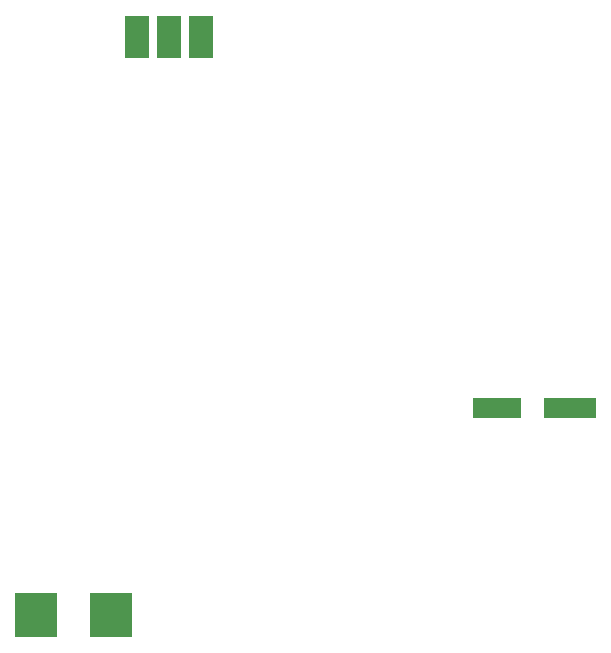
<source format=gtp>
G04 MADE WITH FRITZING*
G04 WWW.FRITZING.ORG*
G04 DOUBLE SIDED*
G04 HOLES PLATED*
G04 CONTOUR ON CENTER OF CONTOUR VECTOR*
%ASAXBY*%
%FSLAX23Y23*%
%MOIN*%
%OFA0B0*%
%SFA1.0B1.0*%
%ADD10R,0.078704X0.139814*%
%ADD11R,0.173333X0.067778*%
%ADD12R,0.144444X0.150000*%
%ADD13R,0.162222X0.067778*%
%LNPASTEMASK1*%
G90*
G70*
G54D10*
X1904Y2127D03*
X1796Y2127D03*
X1689Y2127D03*
G54D11*
X3134Y890D03*
G54D12*
X1604Y199D03*
G54D13*
X2890Y890D03*
G54D12*
X1354Y199D03*
G04 End of PasteMask1*
M02*
</source>
